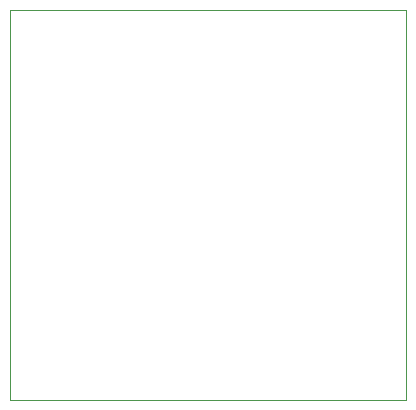
<source format=gbr>
%TF.GenerationSoftware,KiCad,Pcbnew,9.0.3*%
%TF.CreationDate,2025-08-01T20:51:34+05:30*%
%TF.ProjectId,BQ27621-G1_Breakout_Board_v1,42513237-3632-4312-9d47-315f42726561,rev?*%
%TF.SameCoordinates,Original*%
%TF.FileFunction,Profile,NP*%
%FSLAX46Y46*%
G04 Gerber Fmt 4.6, Leading zero omitted, Abs format (unit mm)*
G04 Created by KiCad (PCBNEW 9.0.3) date 2025-08-01 20:51:34*
%MOMM*%
%LPD*%
G01*
G04 APERTURE LIST*
%TA.AperFunction,Profile*%
%ADD10C,0.050000*%
%TD*%
G04 APERTURE END LIST*
D10*
X123700000Y-79550000D02*
X157200000Y-79550000D01*
X157200000Y-112550000D01*
X123700000Y-112550000D01*
X123700000Y-79550000D01*
M02*

</source>
